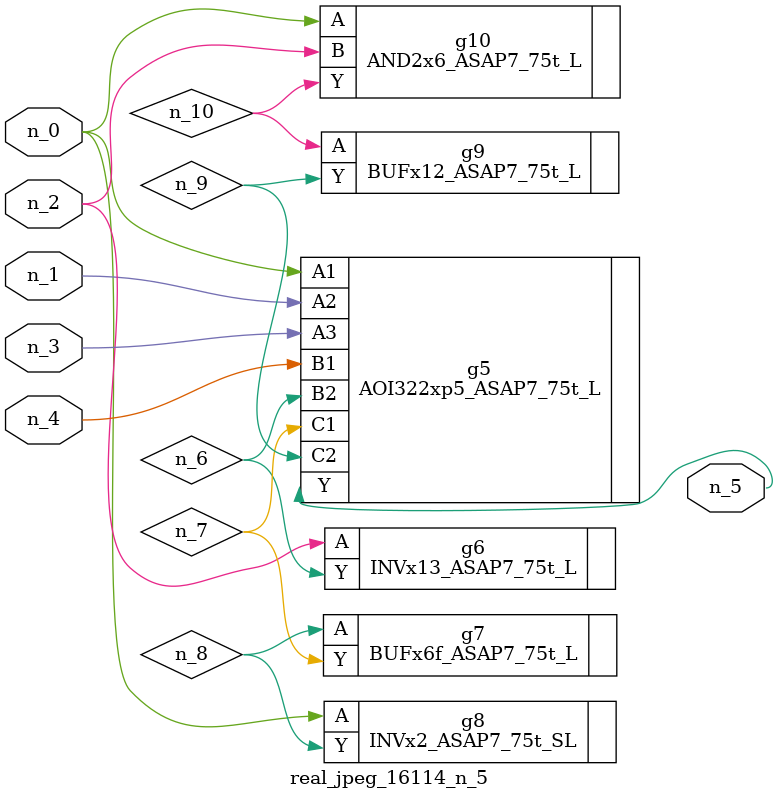
<source format=v>
module real_jpeg_16114_n_5 (n_4, n_0, n_1, n_2, n_3, n_5);

input n_4;
input n_0;
input n_1;
input n_2;
input n_3;

output n_5;

wire n_8;
wire n_6;
wire n_7;
wire n_10;
wire n_9;

AOI322xp5_ASAP7_75t_L g5 ( 
.A1(n_0),
.A2(n_1),
.A3(n_3),
.B1(n_4),
.B2(n_6),
.C1(n_7),
.C2(n_9),
.Y(n_5)
);

INVx2_ASAP7_75t_SL g8 ( 
.A(n_0),
.Y(n_8)
);

AND2x6_ASAP7_75t_L g10 ( 
.A(n_0),
.B(n_2),
.Y(n_10)
);

INVx13_ASAP7_75t_L g6 ( 
.A(n_2),
.Y(n_6)
);

BUFx6f_ASAP7_75t_L g7 ( 
.A(n_8),
.Y(n_7)
);

BUFx12_ASAP7_75t_L g9 ( 
.A(n_10),
.Y(n_9)
);


endmodule
</source>
